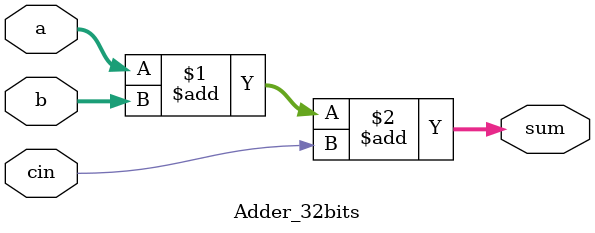
<source format=v>
module Adder_32bits(
    input [31:0]   a,
    input [31:0]   b,
    input          cin,
    output [31:0]  sum,
);
    assign sum = a + b + cin;

endmodule
</source>
